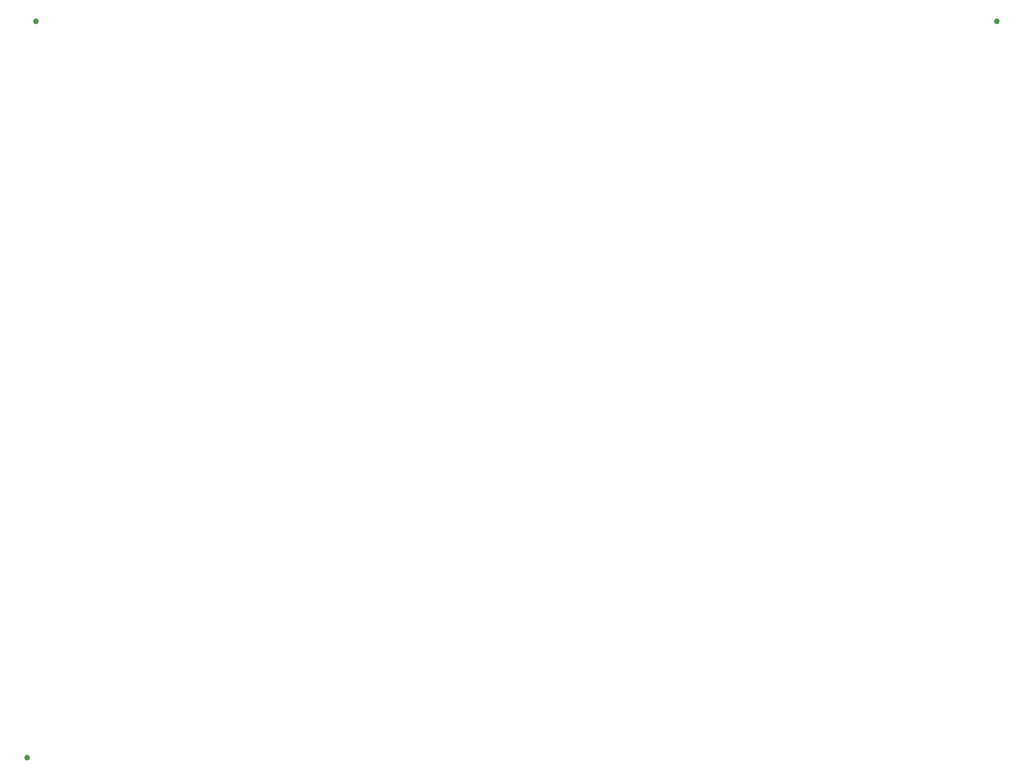
<source format=gtp>
%FSAX25Y25*%
%MOIN*%
G70*
G01*
G75*
G04 Layer_Color=9021481*
%ADD10C,0.00787*%
%ADD11C,0.03937*%
%ADD12C,0.02362*%
%ADD13C,0.10000*%
%ADD14C,0.00800*%
%ADD15C,0.03937*%
%ADD16C,0.00600*%
%ADD17C,0.05000*%
%ADD18C,0.01200*%
%ADD19C,0.02000*%
%ADD20C,0.06496*%
%ADD21R,0.06496X0.06496*%
%ADD22C,0.18110*%
%ADD23C,0.03600*%
%ADD24O,0.00984X0.05709*%
%ADD25R,0.03937X0.03740*%
G04:AMPARAMS|DCode=26|XSize=78.74mil|YSize=78.74mil|CornerRadius=19.69mil|HoleSize=0mil|Usage=FLASHONLY|Rotation=0.000|XOffset=0mil|YOffset=0mil|HoleType=Round|Shape=RoundedRectangle|*
%AMROUNDEDRECTD26*
21,1,0.07874,0.03937,0,0,0.0*
21,1,0.03937,0.07874,0,0,0.0*
1,1,0.03937,0.01969,-0.01969*
1,1,0.03937,-0.01969,-0.01969*
1,1,0.03937,-0.01969,0.01969*
1,1,0.03937,0.01969,0.01969*
%
%ADD26ROUNDEDRECTD26*%
%ADD27C,0.01000*%
%ADD28C,0.02500*%
G54D15*
X0078200Y0162400D02*
D03*
X0744200Y0668400D02*
D03*
X0084200D02*
D03*
M02*

</source>
